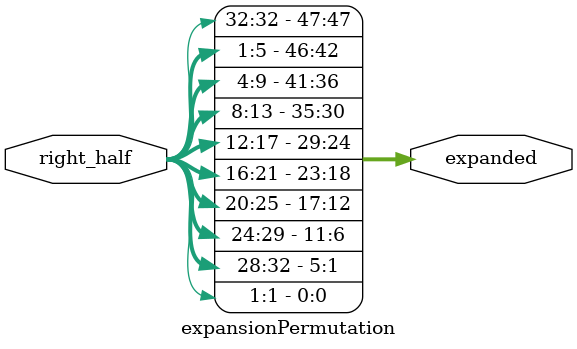
<source format=v>
module expansionPermutation (input wire [1:32] right_half, output reg [1:48] expanded);
	always @ (right_half) begin
		expanded[1]<= right_half[32];
		expanded[2:5]<= right_half[1:4];
		expanded[6]<=right_half[5];

		expanded[7]<=right_half[4];								 
		expanded[8:11]<=right_half[5:8];
		expanded[12]<=right_half[9];

		expanded[13]<=right_half[8];
		expanded[14:17]<=right_half[9:12];
		expanded[18]<=right_half[13];

		expanded[19]<=right_half[12];
		expanded[20:23]<=right_half[13:16];
		expanded[24]<=right_half[17];

		expanded[25]<=right_half[16];
		expanded[26:29]<=right_half[17:20];
		expanded[30]<=right_half[21];

		expanded[31]<=right_half[20];
		expanded[32:35]<=right_half[21:24];
		expanded[36]<=right_half[25];

		expanded[37]<=right_half[24];
		expanded[38:41]<=right_half[25:28];
		expanded[42]<=right_half[29];

		expanded[43]<=right_half[28];
		expanded[44:47]<=right_half[29:32];
		expanded[48]<=right_half[1];
	end
endmodule

</source>
